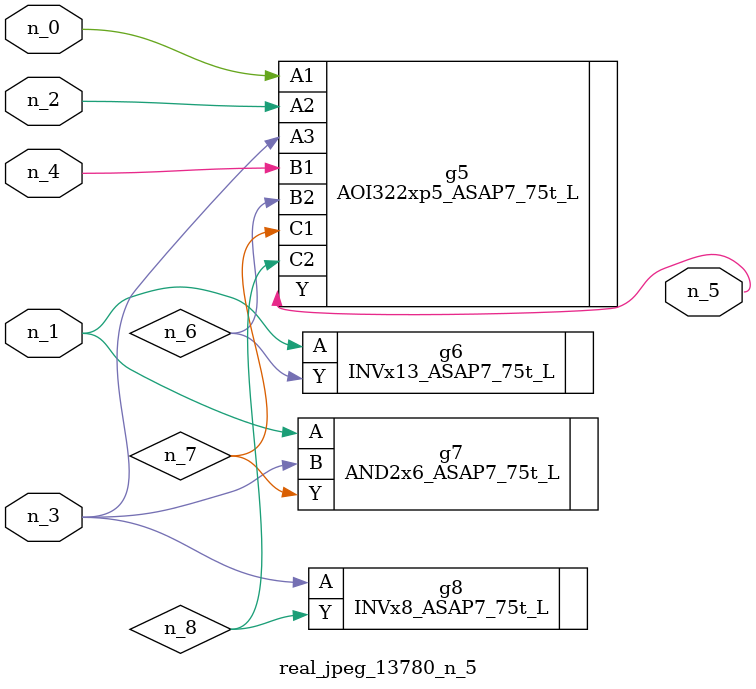
<source format=v>
module real_jpeg_13780_n_5 (n_4, n_0, n_1, n_2, n_3, n_5);

input n_4;
input n_0;
input n_1;
input n_2;
input n_3;

output n_5;

wire n_8;
wire n_6;
wire n_7;

AOI322xp5_ASAP7_75t_L g5 ( 
.A1(n_0),
.A2(n_2),
.A3(n_3),
.B1(n_4),
.B2(n_6),
.C1(n_7),
.C2(n_8),
.Y(n_5)
);

INVx13_ASAP7_75t_L g6 ( 
.A(n_1),
.Y(n_6)
);

AND2x6_ASAP7_75t_L g7 ( 
.A(n_1),
.B(n_3),
.Y(n_7)
);

INVx8_ASAP7_75t_L g8 ( 
.A(n_3),
.Y(n_8)
);


endmodule
</source>
